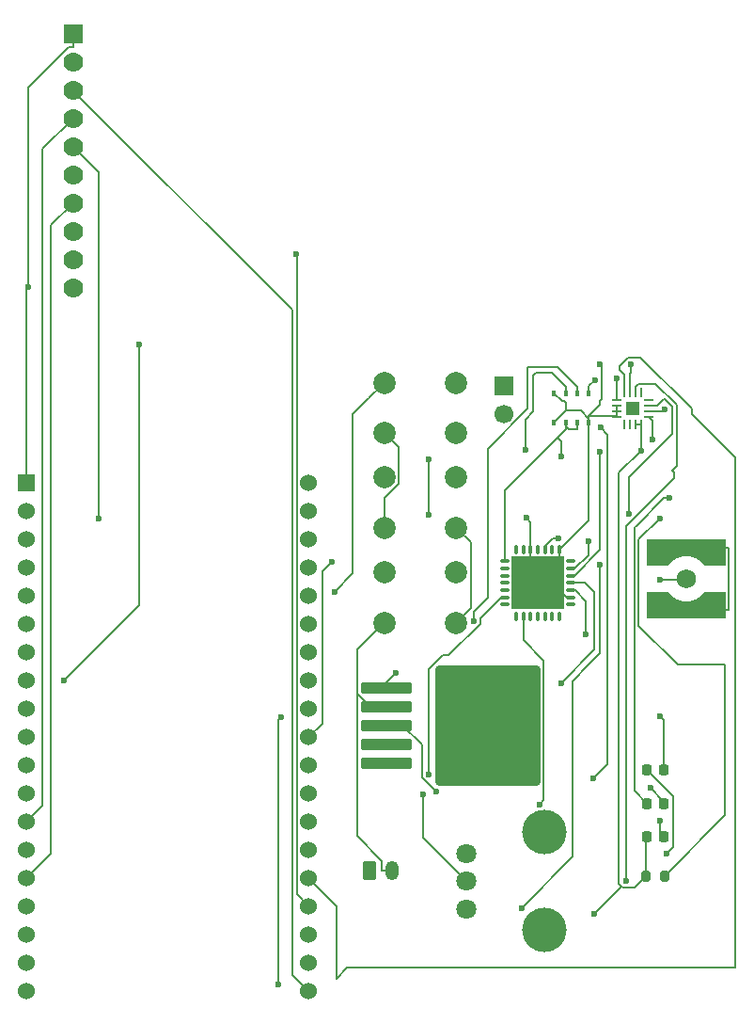
<source format=gbr>
%TF.GenerationSoftware,KiCad,Pcbnew,9.0.5*%
%TF.CreationDate,2025-11-09T15:59:44-08:00*%
%TF.ProjectId,Radio,52616469-6f2e-46b6-9963-61645f706362,rev?*%
%TF.SameCoordinates,Original*%
%TF.FileFunction,Copper,L1,Top*%
%TF.FilePolarity,Positive*%
%FSLAX46Y46*%
G04 Gerber Fmt 4.6, Leading zero omitted, Abs format (unit mm)*
G04 Created by KiCad (PCBNEW 9.0.5) date 2025-11-09 15:59:44*
%MOMM*%
%LPD*%
G01*
G04 APERTURE LIST*
G04 Aperture macros list*
%AMRoundRect*
0 Rectangle with rounded corners*
0 $1 Rounding radius*
0 $2 $3 $4 $5 $6 $7 $8 $9 X,Y pos of 4 corners*
0 Add a 4 corners polygon primitive as box body*
4,1,4,$2,$3,$4,$5,$6,$7,$8,$9,$2,$3,0*
0 Add four circle primitives for the rounded corners*
1,1,$1+$1,$2,$3*
1,1,$1+$1,$4,$5*
1,1,$1+$1,$6,$7*
1,1,$1+$1,$8,$9*
0 Add four rect primitives between the rounded corners*
20,1,$1+$1,$2,$3,$4,$5,0*
20,1,$1+$1,$4,$5,$6,$7,0*
20,1,$1+$1,$6,$7,$8,$9,0*
20,1,$1+$1,$8,$9,$2,$3,0*%
%AMFreePoly0*
4,1,25,-1.500000,1.420000,-1.360000,1.280000,-1.205000,1.155000,-1.035000,1.045000,-0.860000,0.950000,-0.675000,0.875000,-0.480000,0.820000,-0.280000,0.780000,-0.085000,0.765000,0.085000,0.765000,0.280000,0.780000,0.480000,0.820000,0.675000,0.875000,0.860000,0.950000,1.035000,1.045000,1.205000,1.155000,1.360000,1.280000,1.500000,1.420000,1.645000,1.595000,3.555000,1.595000,
3.555000,-0.755000,-3.555000,-0.755000,-3.555000,1.595000,-1.645000,1.595000,-1.500000,1.420000,-1.500000,1.420000,$1*%
G04 Aperture macros list end*
%TA.AperFunction,Conductor*%
%ADD10C,0.200000*%
%TD*%
%TA.AperFunction,SMDPad,CuDef*%
%ADD11RoundRect,0.225000X-0.225000X-0.250000X0.225000X-0.250000X0.225000X0.250000X-0.225000X0.250000X0*%
%TD*%
%TA.AperFunction,ComponentPad*%
%ADD12RoundRect,0.250000X-0.350000X-0.625000X0.350000X-0.625000X0.350000X0.625000X-0.350000X0.625000X0*%
%TD*%
%TA.AperFunction,ComponentPad*%
%ADD13O,1.200000X1.750000*%
%TD*%
%TA.AperFunction,ComponentPad*%
%ADD14C,2.000000*%
%TD*%
%TA.AperFunction,ComponentPad*%
%ADD15R,1.778000X1.778000*%
%TD*%
%TA.AperFunction,ComponentPad*%
%ADD16C,1.778000*%
%TD*%
%TA.AperFunction,SMDPad,CuDef*%
%ADD17RoundRect,0.062500X-0.350000X-0.062500X0.350000X-0.062500X0.350000X0.062500X-0.350000X0.062500X0*%
%TD*%
%TA.AperFunction,SMDPad,CuDef*%
%ADD18RoundRect,0.062500X-0.062500X-0.350000X0.062500X-0.350000X0.062500X0.350000X-0.062500X0.350000X0*%
%TD*%
%TA.AperFunction,HeatsinkPad*%
%ADD19R,1.230000X1.230000*%
%TD*%
%TA.AperFunction,SMDPad,CuDef*%
%ADD20RoundRect,0.200000X-0.200000X-0.275000X0.200000X-0.275000X0.200000X0.275000X-0.200000X0.275000X0*%
%TD*%
%TA.AperFunction,SMDPad,CuDef*%
%ADD21RoundRect,0.075000X-0.312500X-0.075000X0.312500X-0.075000X0.312500X0.075000X-0.312500X0.075000X0*%
%TD*%
%TA.AperFunction,SMDPad,CuDef*%
%ADD22RoundRect,0.075000X-0.075000X-0.312500X0.075000X-0.312500X0.075000X0.312500X-0.075000X0.312500X0*%
%TD*%
%TA.AperFunction,HeatsinkPad*%
%ADD23R,4.800000X4.800000*%
%TD*%
%TA.AperFunction,WasherPad*%
%ADD24C,4.000000*%
%TD*%
%TA.AperFunction,ComponentPad*%
%ADD25C,1.800000*%
%TD*%
%TA.AperFunction,SMDPad,CuDef*%
%ADD26RoundRect,0.250000X-2.050000X-0.300000X2.050000X-0.300000X2.050000X0.300000X-2.050000X0.300000X0*%
%TD*%
%TA.AperFunction,SMDPad,CuDef*%
%ADD27RoundRect,0.250002X-4.449998X-5.149998X4.449998X-5.149998X4.449998X5.149998X-4.449998X5.149998X0*%
%TD*%
%TA.AperFunction,SMDPad,CuDef*%
%ADD28R,0.400000X0.600000*%
%TD*%
%TA.AperFunction,ComponentPad*%
%ADD29R,1.530000X1.530000*%
%TD*%
%TA.AperFunction,ComponentPad*%
%ADD30C,1.530000*%
%TD*%
%TA.AperFunction,ComponentPad*%
%ADD31R,1.700000X1.700000*%
%TD*%
%TA.AperFunction,ComponentPad*%
%ADD32C,1.700000*%
%TD*%
%TA.AperFunction,SMDPad,CuDef*%
%ADD33C,1.730000*%
%TD*%
%TA.AperFunction,SMDPad,CuDef*%
%ADD34FreePoly0,180.000000*%
%TD*%
%TA.AperFunction,SMDPad,CuDef*%
%ADD35FreePoly0,0.000000*%
%TD*%
%TA.AperFunction,ViaPad*%
%ADD36C,0.600000*%
%TD*%
G04 APERTURE END LIST*
D10*
%TO.N,Net-(U2-MISO)*%
X180500000Y-100750000D02*
X180500000Y-105750000D01*
%TO.N,Net-(U3-DIN)*%
X180000000Y-107250000D02*
X181000000Y-106250000D01*
X181000000Y-106250000D02*
X181000000Y-98250000D01*
%TD*%
D11*
%TO.P,C2,1*%
%TO.N,Net-(U3-OUTP)*%
X185225000Y-119750000D03*
%TO.P,C2,2*%
%TO.N,Net-(C2-Pad2)*%
X186775000Y-119750000D03*
%TD*%
D12*
%TO.P,BT1,1,+*%
%TO.N,Net-(BT1-+)*%
X160250000Y-125800000D03*
D13*
%TO.P,BT1,2,-*%
%TO.N,GND*%
X162250000Y-125800000D03*
%TD*%
D14*
%TO.P,SW2,1,1*%
%TO.N,Net-(U6-IO34)*%
X161557500Y-90430000D03*
X168057500Y-90430000D03*
%TO.P,SW2,2,2*%
%TO.N,GND*%
X161557500Y-94930000D03*
X168057500Y-94930000D03*
%TD*%
D11*
%TO.P,C3,1*%
%TO.N,+3V3*%
X185200000Y-122750000D03*
%TO.P,C3,2*%
%TO.N,Net-(U4-VO)*%
X186750000Y-122750000D03*
%TD*%
D15*
%TO.P,U5,1,LITE*%
%TO.N,+3V3*%
X133532500Y-50505000D03*
D16*
%TO.P,U5,2,MISO*%
%TO.N,unconnected-(U5-MISO-Pad2)*%
X133532500Y-53045000D03*
%TO.P,U5,3,SCK*%
%TO.N,Net-(U5-SCK)*%
X133532500Y-55585000D03*
%TO.P,U5,4,MOSI*%
%TO.N,Net-(U5-MOSI)*%
X133532500Y-58125000D03*
%TO.P,U5,5,TFT_CS*%
%TO.N,Net-(U5-TFT_CS)*%
X133532500Y-60665000D03*
%TO.P,U5,6,CARD_CS*%
%TO.N,unconnected-(U5-CARD_CS-Pad6)*%
X133532500Y-63205000D03*
%TO.P,U5,7,D/C*%
%TO.N,Net-(U5-D{slash}C)*%
X133532500Y-65745000D03*
%TO.P,U5,8,RESET*%
%TO.N,Net-(U5-RESET)*%
X133532500Y-68285000D03*
%TO.P,U5,9,VCC*%
%TO.N,+3V3*%
X133532500Y-70825000D03*
%TO.P,U5,10,GND*%
%TO.N,GND*%
X133532500Y-73365000D03*
%TD*%
D17*
%TO.P,U3,1,DIN*%
%TO.N,Net-(U3-DIN)*%
X182502500Y-83440000D03*
%TO.P,U3,2,GAIN_SLOT*%
%TO.N,GND*%
X182502500Y-83940000D03*
%TO.P,U3,3,GND*%
X182502500Y-84440000D03*
%TO.P,U3,4,~{SD_MODE}*%
X182502500Y-84940000D03*
D18*
%TO.P,U3,5,NC*%
%TO.N,unconnected-(U3-NC-Pad5)*%
X183190000Y-85627500D03*
%TO.P,U3,6,NC*%
%TO.N,unconnected-(U3-NC-Pad6)*%
X183690000Y-85627500D03*
%TO.P,U3,7,VDD*%
%TO.N,+3V3*%
X184190000Y-85627500D03*
%TO.P,U3,8,VDD*%
X184690000Y-85627500D03*
D17*
%TO.P,U3,9,OUTP*%
%TO.N,Net-(U3-OUTP)*%
X185377500Y-84940000D03*
%TO.P,U3,10,OUTN*%
%TO.N,Net-(U3-OUTN)*%
X185377500Y-84440000D03*
%TO.P,U3,11,GND*%
%TO.N,GND*%
X185377500Y-83940000D03*
%TO.P,U3,12,NC*%
%TO.N,unconnected-(U3-NC-Pad12)*%
X185377500Y-83440000D03*
D18*
%TO.P,U3,13,NC*%
%TO.N,unconnected-(U3-NC-Pad13)*%
X184690000Y-82752500D03*
%TO.P,U3,14,LRCLK*%
%TO.N,Net-(U3-LRCLK)*%
X184190000Y-82752500D03*
%TO.P,U3,15,GND*%
%TO.N,GND*%
X183690000Y-82752500D03*
%TO.P,U3,16,BCLK*%
%TO.N,Net-(U3-BCLK)*%
X183190000Y-82752500D03*
D19*
%TO.P,U3,17,PAD*%
%TO.N,unconnected-(U3-PAD-Pad17)*%
X183940000Y-84190000D03*
%TD*%
D20*
%TO.P,R1,1*%
%TO.N,+3V3*%
X185175000Y-126250000D03*
%TO.P,R1,2*%
%TO.N,Net-(U6-EN)*%
X186825000Y-126250000D03*
%TD*%
D21*
%TO.P,U2,1,VBAT1*%
%TO.N,+3V3*%
X172412500Y-97950000D03*
%TO.P,U2,2,VR_ANA*%
%TO.N,unconnected-(U2-VR_ANA-Pad2)*%
X172412500Y-98600000D03*
%TO.P,U2,3,VR_DIG*%
%TO.N,unconnected-(U2-VR_DIG-Pad3)*%
X172412500Y-99250000D03*
%TO.P,U2,4,XTA*%
%TO.N,unconnected-(U2-XTA-Pad4)*%
X172412500Y-99900000D03*
%TO.P,U2,5,XTB*%
%TO.N,unconnected-(U2-XTB-Pad5)*%
X172412500Y-100550000D03*
%TO.P,U2,6,~{RESET}*%
%TO.N,Net-(U2-~{RESET})*%
X172412500Y-101200000D03*
%TO.P,U2,7,NC*%
%TO.N,unconnected-(U2-NC-Pad7)*%
X172412500Y-101850000D03*
D22*
%TO.P,U2,8,NC*%
%TO.N,unconnected-(U2-NC-Pad8)*%
X173450000Y-102887500D03*
%TO.P,U2,9,DIO0*%
%TO.N,Net-(U2-DIO0)*%
X174100000Y-102887500D03*
%TO.P,U2,10,DIO1*%
%TO.N,unconnected-(U2-DIO1-Pad10)*%
X174750000Y-102887500D03*
%TO.P,U2,11,DIO2*%
%TO.N,unconnected-(U2-DIO2-Pad11)*%
X175400000Y-102887500D03*
%TO.P,U2,12,DIO3*%
%TO.N,unconnected-(U2-DIO3-Pad12)*%
X176050000Y-102887500D03*
%TO.P,U2,13,DIO4*%
%TO.N,unconnected-(U2-DIO4-Pad13)*%
X176700000Y-102887500D03*
%TO.P,U2,14,DIO5*%
%TO.N,unconnected-(U2-DIO5-Pad14)*%
X177350000Y-102887500D03*
D21*
%TO.P,U2,15,VBAT2*%
%TO.N,unconnected-(U2-VBAT2-Pad15)*%
X178387500Y-101850000D03*
%TO.P,U2,16,GND*%
%TO.N,GND*%
X178387500Y-101200000D03*
%TO.P,U2,17,SCK*%
%TO.N,Net-(U2-SCK)*%
X178387500Y-100550000D03*
%TO.P,U2,18,MISO*%
%TO.N,Net-(U2-MISO)*%
X178387500Y-99900000D03*
%TO.P,U2,19,MOSI*%
%TO.N,Net-(U2-MOSI)*%
X178387500Y-99250000D03*
%TO.P,U2,20,NSS*%
%TO.N,Net-(U2-NSS)*%
X178387500Y-98600000D03*
%TO.P,U2,21,RF_MOD*%
%TO.N,unconnected-(U2-RF_MOD-Pad21)*%
X178387500Y-97950000D03*
D22*
%TO.P,U2,22,GND*%
%TO.N,GND*%
X177350000Y-96912500D03*
%TO.P,U2,23,RXTX*%
%TO.N,unconnected-(U2-RXTX-Pad23)*%
X176700000Y-96912500D03*
%TO.P,U2,24,RFO*%
%TO.N,Net-(J1-In)*%
X176050000Y-96912500D03*
%TO.P,U2,25,RFI*%
%TO.N,unconnected-(U2-RFI-Pad25)*%
X175400000Y-96912500D03*
%TO.P,U2,26,GND*%
%TO.N,GND*%
X174750000Y-96912500D03*
%TO.P,U2,27,PA_BOOST*%
%TO.N,unconnected-(U2-PA_BOOST-Pad27)*%
X174100000Y-96912500D03*
%TO.P,U2,28,VR_PA*%
%TO.N,unconnected-(U2-VR_PA-Pad28)*%
X173450000Y-96912500D03*
D23*
%TO.P,U2,29,GND*%
%TO.N,GND*%
X175400000Y-99900000D03*
%TD*%
D24*
%TO.P,RV1,*%
%TO.N,*%
X175950000Y-122350000D03*
X175950000Y-131150000D03*
D25*
%TO.P,RV1,1,1*%
%TO.N,+3V3*%
X168950000Y-129250000D03*
%TO.P,RV1,2,2*%
%TO.N,Net-(U6-IO16)*%
X168950000Y-126750000D03*
%TO.P,RV1,3,3*%
%TO.N,GND*%
X168950000Y-124250000D03*
%TD*%
D14*
%TO.P,SW3,1,1*%
%TO.N,Net-(U6-IO35)*%
X161557500Y-98980000D03*
X168057500Y-98980000D03*
%TO.P,SW3,2,2*%
%TO.N,GND*%
X161557500Y-103480000D03*
X168057500Y-103480000D03*
%TD*%
D26*
%TO.P,U4,1,VI*%
%TO.N,Net-(U4-VI)*%
X161775000Y-109325000D03*
%TO.P,U4,2,GND*%
%TO.N,GND*%
X161775000Y-111025000D03*
%TO.P,U4,3,VO*%
%TO.N,Net-(U4-VO)*%
X161775000Y-112725000D03*
%TO.P,U4,4*%
%TO.N,N/C*%
X161775000Y-114425000D03*
%TO.P,U4,5*%
X161775000Y-116125000D03*
D27*
%TO.P,U4,6*%
X170925000Y-112725000D03*
%TD*%
D28*
%TO.P,MK2,1,SCK*%
%TO.N,Net-(MK2-SCK)*%
X180000000Y-82840000D03*
%TO.P,MK2,2,SD*%
%TO.N,Net-(MK2-SD)*%
X178950000Y-82840000D03*
%TO.P,MK2,3,WS*%
%TO.N,Net-(MK2-WS)*%
X177900000Y-82840000D03*
%TO.P,MK2,4,L/R*%
%TO.N,GND*%
X176850000Y-82840000D03*
%TO.P,MK2,6,GND*%
X176850000Y-85500000D03*
%TO.P,MK2,7,VDD*%
%TO.N,+3V3*%
X177900000Y-85500000D03*
%TO.P,MK2,8,CHIPEN*%
X178950000Y-85500000D03*
%TO.P,MK2,9,GND*%
%TO.N,GND*%
X180000000Y-85500000D03*
%TD*%
D11*
%TO.P,C1,1*%
%TO.N,Net-(BT1-+)*%
X185225000Y-116750000D03*
%TO.P,C1,2*%
%TO.N,Net-(U4-VI)*%
X186775000Y-116750000D03*
%TD*%
D29*
%TO.P,U6,1,3V3*%
%TO.N,+3V3*%
X129350000Y-90900000D03*
D30*
%TO.P,U6,2,EN*%
%TO.N,Net-(U6-EN)*%
X129350000Y-93440000D03*
%TO.P,U6,3,SENSOR_VP*%
%TO.N,unconnected-(U6-SENSOR_VP-Pad3)*%
X129350000Y-95980000D03*
%TO.P,U6,4,SENSOR_VN*%
%TO.N,unconnected-(U6-SENSOR_VN-Pad4)*%
X129350000Y-98520000D03*
%TO.P,U6,5,IO34*%
%TO.N,Net-(U6-IO34)*%
X129350000Y-101060000D03*
%TO.P,U6,6,IO35*%
%TO.N,Net-(U6-IO35)*%
X129350000Y-103600000D03*
%TO.P,U6,7,IO32*%
%TO.N,Net-(U6-IO32)*%
X129350000Y-106140000D03*
%TO.P,U6,8,IO33*%
%TO.N,Net-(MK2-WS)*%
X129350000Y-108680000D03*
%TO.P,U6,9,IO25*%
%TO.N,Net-(MK2-SCK)*%
X129350000Y-111220000D03*
%TO.P,U6,10,IO26*%
%TO.N,Net-(MK2-SD)*%
X129350000Y-113760000D03*
%TO.P,U6,11,IO27*%
%TO.N,unconnected-(U6-IO27-Pad11)*%
X129350000Y-116300000D03*
%TO.P,U6,12,IO14*%
%TO.N,Net-(U2-~{RESET})*%
X129350000Y-118840000D03*
%TO.P,U6,13,IO12*%
%TO.N,Net-(U5-MOSI)*%
X129350000Y-121380000D03*
%TO.P,U6,14,GND1*%
%TO.N,GND*%
X129350000Y-123920000D03*
%TO.P,U6,15,IO13*%
%TO.N,Net-(U5-D{slash}C)*%
X129350000Y-126460000D03*
%TO.P,U6,16,SD2*%
%TO.N,unconnected-(U6-SD2-Pad16)*%
X129350000Y-129000000D03*
%TO.P,U6,17,SD3*%
%TO.N,Net-(U3-LRCLK)*%
X129350000Y-131540000D03*
%TO.P,U6,18,CMD*%
%TO.N,unconnected-(U6-CMD-Pad18)*%
X129350000Y-134080000D03*
%TO.P,U6,19,EXT_5V*%
%TO.N,unconnected-(U6-EXT_5V-Pad19)*%
X129350000Y-136620000D03*
%TO.P,U6,20,CLK*%
%TO.N,Net-(U5-SCK)*%
X154750000Y-136620000D03*
%TO.P,U6,21,SD0*%
%TO.N,unconnected-(U6-SD0-Pad21)*%
X154750000Y-134080000D03*
%TO.P,U6,22,SD1*%
%TO.N,Net-(U3-DIN)*%
X154750000Y-131540000D03*
%TO.P,U6,23,IO15*%
%TO.N,Net-(U5-RESET)*%
X154750000Y-129000000D03*
%TO.P,U6,24,IO2*%
%TO.N,Net-(U3-BCLK)*%
X154750000Y-126460000D03*
%TO.P,U6,25,IO0*%
%TO.N,unconnected-(U6-IO0-Pad25)*%
X154750000Y-123920000D03*
%TO.P,U6,26,IO4*%
%TO.N,Net-(U2-DIO0)*%
X154750000Y-121380000D03*
%TO.P,U6,27,IO16*%
%TO.N,Net-(U6-IO16)*%
X154750000Y-118840000D03*
%TO.P,U6,28,IO17*%
%TO.N,unconnected-(U6-IO17-Pad28)*%
X154750000Y-116300000D03*
%TO.P,U6,29,IO5*%
%TO.N,Net-(U2-NSS)*%
X154750000Y-113760000D03*
%TO.P,U6,30,IO18*%
%TO.N,Net-(U2-SCK)*%
X154750000Y-111220000D03*
%TO.P,U6,31,IO19*%
%TO.N,Net-(U2-MISO)*%
X154750000Y-108680000D03*
%TO.P,U6,32,GND2*%
%TO.N,unconnected-(U6-GND2-Pad32)*%
X154750000Y-106140000D03*
%TO.P,U6,33,IO21*%
%TO.N,unconnected-(U6-IO21-Pad33)*%
X154750000Y-103600000D03*
%TO.P,U6,34,RXD0*%
%TO.N,unconnected-(U6-RXD0-Pad34)*%
X154750000Y-101060000D03*
%TO.P,U6,35,TXD0*%
%TO.N,unconnected-(U6-TXD0-Pad35)*%
X154750000Y-98520000D03*
%TO.P,U6,36,IO22*%
%TO.N,Net-(U5-TFT_CS)*%
X154750000Y-95980000D03*
%TO.P,U6,37,IO23*%
%TO.N,Net-(U2-MOSI)*%
X154750000Y-93440000D03*
%TO.P,U6,38,GND3*%
%TO.N,unconnected-(U6-GND3-Pad38)*%
X154750000Y-90900000D03*
%TD*%
D31*
%TO.P,LS1,1,1*%
%TO.N,Net-(C2-Pad2)*%
X172377500Y-82150000D03*
D32*
%TO.P,LS1,2,2*%
%TO.N,Net-(U3-OUTN)*%
X172377500Y-84690000D03*
%TD*%
D14*
%TO.P,SW1,1,1*%
%TO.N,Net-(U6-IO32)*%
X161557500Y-81880000D03*
X168057500Y-81880000D03*
%TO.P,SW1,2,2*%
%TO.N,GND*%
X161557500Y-86380000D03*
X168057500Y-86380000D03*
%TD*%
D33*
%TO.P,J1,1,In*%
%TO.N,Net-(J1-In)*%
X188750000Y-99500000D03*
D34*
%TO.P,J1,2,Ext*%
%TO.N,Net-(AE1-A)*%
X188750000Y-96700000D03*
D35*
X188750000Y-102300000D03*
%TD*%
D36*
%TO.N,GND*%
X183612600Y-93698100D03*
X181000000Y-80250000D03*
X183750000Y-80250000D03*
X174343900Y-94058900D03*
%TO.N,Net-(BT1-+)*%
X186998000Y-124240000D03*
%TO.N,Net-(U4-VI)*%
X162601000Y-108009000D03*
X186410000Y-111893000D03*
%TO.N,Net-(C2-Pad2)*%
X185561600Y-118356900D03*
X181073000Y-85927300D03*
X180425400Y-117456200D03*
%TO.N,Net-(U3-OUTP)*%
X187250000Y-92250000D03*
X185750000Y-87000000D03*
%TO.N,Net-(U4-VO)*%
X166279000Y-118666000D03*
X186410000Y-121250000D03*
%TO.N,+3V3*%
X180457900Y-129707800D03*
X129547000Y-73293000D03*
X184690000Y-87997600D03*
X177481800Y-88503100D03*
%TO.N,Net-(U3-OUTN)*%
X186844000Y-84296900D03*
%TO.N,Net-(MK2-SD)*%
X169601000Y-103310000D03*
%TO.N,Net-(MK2-SCK)*%
X139538800Y-78488400D03*
X132766200Y-108702400D03*
X180548000Y-81628000D03*
%TO.N,Net-(MK2-WS)*%
X174286000Y-87919400D03*
%TO.N,Net-(U6-EN)*%
X186410000Y-94077400D03*
X165577400Y-88792400D03*
X165573400Y-93805000D03*
%TO.N,Net-(U6-IO16)*%
X165027400Y-118928700D03*
%TO.N,Net-(U6-IO32)*%
X157101800Y-100695200D03*
%TO.N,Net-(U2-MISO)*%
X177482000Y-108923000D03*
%TO.N,Net-(U2-NSS)*%
X179946400Y-96182200D03*
X156826100Y-98006900D03*
%TO.N,Net-(U2-SCK)*%
X179750000Y-104500000D03*
X152000000Y-136000000D03*
X152250000Y-112000000D03*
%TO.N,Net-(U2-~{RESET})*%
X165572000Y-117156000D03*
%TO.N,Net-(U2-DIO0)*%
X175558000Y-119833000D03*
%TO.N,Net-(U2-MOSI)*%
X181023000Y-88139000D03*
%TO.N,Net-(U3-DIN)*%
X182500000Y-81500000D03*
X173923000Y-129126000D03*
X181000000Y-98250000D03*
%TO.N,Net-(U3-LRCLK)*%
X183360000Y-126739000D03*
%TO.N,Net-(U5-TFT_CS)*%
X135816000Y-94077400D03*
%TO.N,Net-(U5-RESET)*%
X153673000Y-70323800D03*
%TO.N,Net-(J1-In)*%
X186404000Y-99618100D03*
X177259000Y-95923000D03*
%TD*%
D10*
%TO.N,GND*%
X177949000Y-84401400D02*
X176850000Y-85500000D01*
X182502000Y-83940000D02*
X182502000Y-84052600D01*
X186705100Y-83353700D02*
X186118800Y-83940000D01*
X177350000Y-97950000D02*
X177350000Y-96912500D01*
X168057500Y-94930000D02*
X168058000Y-94930000D01*
X161302100Y-103735700D02*
X161302100Y-103091000D01*
X183750000Y-80250000D02*
X183750000Y-81000000D01*
X174750000Y-96912500D02*
X174750000Y-94465000D01*
X168057500Y-103479500D02*
X168057500Y-103480000D01*
X178387500Y-101200000D02*
X178043500Y-101200000D01*
X181149000Y-83351000D02*
X181149000Y-80399000D01*
X161775000Y-111025000D02*
X160332000Y-111025000D01*
X182502000Y-84898300D02*
X182502000Y-84440000D01*
X180000000Y-85500000D02*
X180000000Y-94262500D01*
X174750000Y-94465000D02*
X174343900Y-94058900D01*
X177765000Y-83550400D02*
X177949000Y-83733800D01*
X161557500Y-94930000D02*
X161557500Y-92270900D01*
X177949000Y-83733800D02*
X177949000Y-84401400D01*
X168058000Y-103479000D02*
X168058000Y-103480000D01*
X181000000Y-83898300D02*
X181000000Y-83500000D01*
X187487500Y-86475100D02*
X187487500Y-84053500D01*
X182502000Y-83940500D02*
X182502500Y-83940000D01*
X180000000Y-84898300D02*
X181000000Y-83898300D01*
X159137000Y-109830000D02*
X159137000Y-105900000D01*
X180000000Y-85099000D02*
X180000000Y-85500000D01*
X161168900Y-103868900D02*
X161302100Y-103735700D01*
X182502500Y-84440000D02*
X182502000Y-84440000D01*
X183612600Y-93698100D02*
X183612600Y-90350000D01*
X186118800Y-83940000D02*
X185377500Y-83940000D01*
X183690000Y-81060000D02*
X183690000Y-82752500D01*
X168058000Y-103478000D02*
X168058000Y-103479000D01*
X162859200Y-90969300D02*
X162859200Y-87681700D01*
X180000000Y-85099000D02*
X180000000Y-84898300D01*
X177560000Y-83550400D02*
X177765000Y-83550400D01*
X183750000Y-81000000D02*
X183690000Y-81060000D01*
X174750000Y-99250000D02*
X175400000Y-99900000D01*
X175400000Y-99900000D02*
X177350000Y-97950000D01*
X168058000Y-94930000D02*
X169360000Y-96232700D01*
X162859200Y-87681700D02*
X161557500Y-86380000D01*
X174750000Y-96912500D02*
X174750000Y-99250000D01*
X159137000Y-105900000D02*
X161168900Y-103868900D01*
X182502000Y-84940000D02*
X182502000Y-84898300D01*
X161302100Y-103091000D02*
X161557500Y-102835600D01*
X176850000Y-82840000D02*
X177560000Y-83550400D01*
X179302000Y-84401400D02*
X177949000Y-84401400D01*
X180000000Y-94262500D02*
X177350000Y-96912500D01*
X187487500Y-84053500D02*
X186787700Y-83353700D01*
X161557500Y-102835600D02*
X161557500Y-103480000D01*
X160332000Y-111025000D02*
X159137000Y-109830000D01*
X186787700Y-83353700D02*
X186705100Y-83353700D01*
X180000000Y-85099000D02*
X179302000Y-84401400D01*
X169360000Y-96232700D02*
X169360000Y-102175000D01*
X162250000Y-125800000D02*
X161348300Y-125800000D01*
X159137000Y-122687000D02*
X159137000Y-109830000D01*
X181149000Y-80399000D02*
X181000000Y-80250000D01*
X183612600Y-90350000D02*
X187487500Y-86475100D01*
X161557500Y-92270900D02*
X161557600Y-92270900D01*
X178043500Y-101200000D02*
X177350000Y-100506500D01*
X182502000Y-84052600D02*
X182502000Y-84440000D01*
X182502000Y-84898300D02*
X180000000Y-84898300D01*
X182502500Y-84940000D02*
X182502000Y-84940000D01*
X177350000Y-100506500D02*
X177350000Y-97950000D01*
X181000000Y-83500000D02*
X181149000Y-83351000D01*
X182502000Y-84052600D02*
X182502000Y-83940500D01*
X161348300Y-125800000D02*
X161348300Y-124898300D01*
X168058000Y-103479000D02*
X168057500Y-103479500D01*
X161557600Y-92270900D02*
X162859200Y-90969300D01*
X161168900Y-103868900D02*
X161558000Y-103480000D01*
X169360000Y-102175000D02*
X168058000Y-103478000D01*
X161348300Y-124898300D02*
X159137000Y-122687000D01*
%TO.N,Net-(BT1-+)*%
X187591000Y-119116000D02*
X187591000Y-123646000D01*
X187591000Y-123646000D02*
X186998000Y-124240000D01*
X185225000Y-116750000D02*
X187591000Y-119116000D01*
X187591000Y-123646000D02*
X186998000Y-124240000D01*
X186998000Y-124240000D02*
X187591000Y-123646000D01*
%TO.N,Net-(U4-VI)*%
X186775000Y-112258000D02*
X186410000Y-111893000D01*
X161775000Y-108836000D02*
X161775000Y-109325000D01*
X162601000Y-108009000D02*
X161775000Y-108836000D01*
X186775000Y-116750000D02*
X186775000Y-112258000D01*
%TO.N,Net-(C2-Pad2)*%
X181692600Y-86546900D02*
X181073000Y-85927300D01*
X181692600Y-116189000D02*
X180425400Y-117456200D01*
X181073000Y-85927300D02*
X181692600Y-86546900D01*
X186775000Y-119570300D02*
X186775000Y-119750000D01*
X181073000Y-85927300D02*
X181692600Y-86546900D01*
X181692600Y-86546900D02*
X181692600Y-116189000D01*
X185561600Y-118356900D02*
X186775000Y-119570300D01*
%TO.N,Net-(U3-OUTP)*%
X184250000Y-94750000D02*
X186750000Y-92250000D01*
X184092798Y-118617798D02*
X184092798Y-94907202D01*
X185750000Y-85312500D02*
X185377500Y-84940000D01*
X184092798Y-94907202D02*
X184250000Y-94750000D01*
X185750000Y-87000000D02*
X185750000Y-85312500D01*
X185225000Y-119750000D02*
X184092798Y-118617798D01*
X186750000Y-92250000D02*
X187250000Y-92250000D01*
%TO.N,Net-(U4-VO)*%
X163230000Y-112725000D02*
X164970000Y-114465000D01*
X186410000Y-122410000D02*
X186750000Y-122750000D01*
X161775000Y-112725000D02*
X163230000Y-112725000D01*
X186410000Y-121250000D02*
X186410000Y-122410000D01*
X164970000Y-114465000D02*
X164970000Y-117405000D01*
X166231000Y-118666000D02*
X166279000Y-118666000D01*
X164970000Y-117405000D02*
X166231000Y-118666000D01*
%TO.N,+3V3*%
X129547000Y-73293000D02*
X129547000Y-55308900D01*
X182704400Y-89983200D02*
X182704400Y-126947200D01*
X129547000Y-55308900D02*
X133160000Y-51695700D01*
X172412000Y-94769600D02*
X172412500Y-94770100D01*
X178950000Y-86101700D02*
X178201000Y-86101700D01*
X133532500Y-50505000D02*
X133532000Y-50505000D01*
X177900000Y-86101700D02*
X177150000Y-86851600D01*
X184082500Y-127342500D02*
X185175000Y-126250000D01*
X177150000Y-86851600D02*
X172412000Y-91589200D01*
X133160000Y-51695700D02*
X133532000Y-51695700D01*
X177900000Y-85800800D02*
X177900000Y-86101700D01*
X185175000Y-122775000D02*
X185175000Y-126250000D01*
X184190000Y-85627500D02*
X184690000Y-85627500D01*
X178201000Y-86101700D02*
X177900000Y-85800800D01*
X172412000Y-91589200D02*
X172412000Y-94769600D01*
X182704400Y-126947200D02*
X182961500Y-127204200D01*
X177900000Y-85500000D02*
X177900000Y-85800800D01*
X182961500Y-127204200D02*
X180457900Y-129707800D01*
X129350000Y-90900000D02*
X129350000Y-73293000D01*
X177481800Y-88503100D02*
X177481800Y-87183400D01*
X129350000Y-73293000D02*
X129547000Y-73293000D01*
X172412000Y-97950000D02*
X172412000Y-94769600D01*
X182961500Y-127204200D02*
X183099700Y-127342500D01*
X185200000Y-122750000D02*
X185175000Y-122775000D01*
X184690000Y-87997600D02*
X184690000Y-85627500D01*
X172412500Y-94770100D02*
X172412500Y-97950000D01*
X183099700Y-127342500D02*
X184082500Y-127342500D01*
X184690000Y-87997600D02*
X182704400Y-89983200D01*
X133532000Y-51695700D02*
X133532000Y-50505000D01*
X177481800Y-87183400D02*
X177150000Y-86851600D01*
X178950000Y-85500000D02*
X178950000Y-86101700D01*
%TO.N,Net-(AE1-A)*%
X188750000Y-102300000D02*
X192606700Y-102300000D01*
X188750000Y-96700000D02*
X192606700Y-96700000D01*
X192606700Y-102300000D02*
X192606700Y-96700000D01*
%TO.N,Net-(U3-OUTN)*%
X186844000Y-84296900D02*
X186701000Y-84440000D01*
X185378000Y-84440000D02*
X186701000Y-84440000D01*
X186701000Y-84440000D02*
X186844000Y-84296900D01*
X185377500Y-84440000D02*
X185378000Y-84440000D01*
X186701000Y-84440000D02*
X186844000Y-84296900D01*
%TO.N,Net-(MK2-SD)*%
X170889000Y-101214000D02*
X169601000Y-102502000D01*
X170889000Y-87855900D02*
X170889000Y-101214000D01*
X177211400Y-80500000D02*
X178548000Y-81836600D01*
X178950000Y-82238300D02*
X178548000Y-81836600D01*
X174500000Y-80500000D02*
X177211400Y-80500000D01*
X178950000Y-82840000D02*
X178950000Y-82238300D01*
X169601000Y-102502000D02*
X169601000Y-103310000D01*
X170889000Y-87855900D02*
X174500000Y-84244900D01*
X174500000Y-84244900D02*
X174500000Y-80500000D01*
%TO.N,Net-(MK2-SCK)*%
X139538800Y-101929800D02*
X139538800Y-78488400D01*
X180548000Y-81628000D02*
X180000000Y-82176000D01*
X132766200Y-108702400D02*
X139538800Y-101929800D01*
X180000000Y-82176000D02*
X180000000Y-82840000D01*
%TO.N,Net-(MK2-WS)*%
X176661700Y-81000000D02*
X177900000Y-82238300D01*
X177900000Y-82238300D02*
X177900000Y-82840000D01*
X174286000Y-85186200D02*
X175000000Y-84472200D01*
X175000000Y-84472200D02*
X175000000Y-81250000D01*
X175000000Y-81250000D02*
X175250000Y-81000000D01*
X175250000Y-81000000D02*
X176661700Y-81000000D01*
X174286000Y-87919400D02*
X174286000Y-85186200D01*
%TO.N,Net-(U6-EN)*%
X188000000Y-107250000D02*
X184493798Y-103743798D01*
X165573400Y-93805000D02*
X165573400Y-88796400D01*
X186825000Y-126250000D02*
X192250000Y-120825000D01*
X184493798Y-103743798D02*
X184493798Y-95993602D01*
X184493798Y-95993602D02*
X186410000Y-94077400D01*
X192250000Y-120825000D02*
X192250000Y-107250000D01*
X192250000Y-107250000D02*
X188000000Y-107250000D01*
X165573400Y-88796400D02*
X165577400Y-88792400D01*
%TO.N,Net-(U6-IO16)*%
X165027400Y-122827400D02*
X165027400Y-118928700D01*
X168950000Y-126750000D02*
X165027400Y-122827400D01*
%TO.N,Net-(U6-IO32)*%
X158759000Y-99038000D02*
X157101800Y-100695200D01*
X160158500Y-83279200D02*
X158759000Y-84678400D01*
X160158500Y-83279200D02*
X161558000Y-81880000D01*
X160158500Y-83279200D02*
X161557500Y-81880200D01*
X158759000Y-84678400D02*
X158759000Y-99038000D01*
X161557500Y-81880200D02*
X161557500Y-81880000D01*
%TO.N,Net-(U2-MISO)*%
X178658000Y-99900000D02*
X178388000Y-99900000D01*
X180500000Y-105905000D02*
X177482000Y-108923000D01*
X179650000Y-99900000D02*
X178387500Y-99900000D01*
X180500000Y-105750000D02*
X180500000Y-105905000D01*
X178387500Y-99900000D02*
X178388000Y-99900000D01*
X180500000Y-100750000D02*
X179650000Y-99900000D01*
%TO.N,Net-(U2-NSS)*%
X155966500Y-98866500D02*
X156826100Y-98006900D01*
X179946400Y-96182200D02*
X179946400Y-97393300D01*
X154750000Y-113760000D02*
X155966500Y-112543500D01*
X179946400Y-97393300D02*
X178739700Y-98600000D01*
X155966500Y-112543500D02*
X155966500Y-98866500D01*
X178739700Y-98600000D02*
X178387500Y-98600000D01*
%TO.N,Net-(U2-SCK)*%
X178387500Y-100550000D02*
X178774999Y-100550000D01*
X179750000Y-101525001D02*
X179750000Y-104500000D01*
X152000000Y-136000000D02*
X152000000Y-112250000D01*
X152000000Y-112250000D02*
X152250000Y-112000000D01*
X178774999Y-100550000D02*
X179750000Y-101525001D01*
%TO.N,Net-(U2-~{RESET})*%
X165572000Y-117156000D02*
X165572000Y-107683000D01*
X167367000Y-106395000D02*
X170203000Y-103559000D01*
X172412500Y-101200000D02*
X172412000Y-101200000D01*
X170203000Y-103066000D02*
X172068000Y-101200000D01*
X170203000Y-103559000D02*
X170203000Y-103066000D01*
X166860000Y-106395000D02*
X167367000Y-106395000D01*
X165572000Y-107683000D02*
X166860000Y-106395000D01*
X172068000Y-101200000D02*
X172412000Y-101200000D01*
%TO.N,Net-(U2-DIO0)*%
X175558000Y-119833000D02*
X175933000Y-119457000D01*
X175933000Y-106882000D02*
X174100000Y-105049000D01*
X175933000Y-119457000D02*
X175933000Y-106882000D01*
X174100000Y-105049000D02*
X174100000Y-102888000D01*
X174100000Y-102887500D02*
X174100000Y-102888000D01*
%TO.N,Net-(U2-MOSI)*%
X178675000Y-99250000D02*
X181023000Y-96902400D01*
X178388000Y-99250000D02*
X178675000Y-99250000D01*
X181023000Y-96902400D02*
X181023000Y-88139000D01*
X178387500Y-99250000D02*
X178388000Y-99250000D01*
%TO.N,Net-(U3-DIN)*%
X182500000Y-83437500D02*
X182502500Y-83440000D01*
X178500000Y-124549000D02*
X178500000Y-108750000D01*
X182500000Y-81500000D02*
X182500000Y-83437500D01*
X173923000Y-129126000D02*
X178500000Y-124549000D01*
X178500000Y-108750000D02*
X180000000Y-107250000D01*
%TO.N,Net-(U3-BCLK)*%
X157250000Y-128960000D02*
X154750000Y-126460000D01*
X158250000Y-134500000D02*
X157250000Y-135500000D01*
X183190000Y-81190000D02*
X182750000Y-80750000D01*
X193149000Y-134500000D02*
X158250000Y-134500000D01*
X193149000Y-88649000D02*
X193149000Y-134500000D01*
X184649000Y-79649000D02*
X189250000Y-84250000D01*
X183190000Y-82752500D02*
X183190000Y-81190000D01*
X182750000Y-80400057D02*
X183501057Y-79649000D01*
X182750000Y-80750000D02*
X182750000Y-80400057D01*
X189250000Y-84250000D02*
X189250000Y-84750000D01*
X157250000Y-135500000D02*
X157250000Y-128960000D01*
X189250000Y-84750000D02*
X193149000Y-88649000D01*
X183501057Y-79649000D02*
X184649000Y-79649000D01*
%TO.N,Net-(U3-LRCLK)*%
X184190000Y-82264900D02*
X184190000Y-82752500D01*
X184461300Y-81993600D02*
X184190000Y-82264900D01*
X187889200Y-83887200D02*
X185995600Y-81993600D01*
X183360000Y-94801700D02*
X187652300Y-90509400D01*
X187652300Y-90509400D02*
X187652300Y-89952500D01*
X185995600Y-81993600D02*
X184461300Y-81993600D01*
X183360000Y-126739000D02*
X183360000Y-94801700D01*
X187652300Y-89952500D02*
X187487500Y-89787700D01*
X187487500Y-89787700D02*
X187889200Y-89386000D01*
X187889200Y-89386000D02*
X187889200Y-83887200D01*
X187652300Y-89952500D02*
X187487500Y-89787700D01*
%TO.N,Net-(U5-SCK)*%
X133952500Y-56005000D02*
X133952500Y-56005500D01*
X153275000Y-135145000D02*
X154750000Y-136620000D01*
X133532000Y-55585000D02*
X133952500Y-56005500D01*
X153275000Y-75327700D02*
X153275000Y-135145000D01*
X133952500Y-56005500D02*
X153275000Y-75327700D01*
X133532500Y-55585000D02*
X133952500Y-56005000D01*
%TO.N,Net-(U5-MOSI)*%
X130818000Y-119912000D02*
X130818000Y-60839200D01*
X130818000Y-60839200D02*
X133532000Y-58125000D01*
X133532500Y-58125000D02*
X133532000Y-58125000D01*
X129350000Y-121380000D02*
X130818000Y-119912000D01*
%TO.N,Net-(U5-TFT_CS)*%
X135816000Y-62948900D02*
X135816000Y-94077400D01*
X133532000Y-60665000D02*
X133532300Y-60665200D01*
X133532300Y-60665200D02*
X135816000Y-62948900D01*
X133532500Y-60665000D02*
X133532300Y-60665200D01*
%TO.N,Net-(U5-D{slash}C)*%
X129350000Y-126460000D02*
X131546000Y-124264000D01*
X131546000Y-124264000D02*
X131546000Y-67731200D01*
X131546000Y-67731200D02*
X133532000Y-65745000D01*
X133532500Y-65745000D02*
X133532000Y-65745000D01*
%TO.N,Net-(U5-RESET)*%
X154750000Y-129000000D02*
X153683000Y-127933000D01*
X153683000Y-127933000D02*
X153683000Y-70334100D01*
X153683000Y-70334100D02*
X153673000Y-70323800D01*
X153683000Y-70334100D02*
X153673000Y-70323800D01*
X153673000Y-70323800D02*
X153683000Y-70334100D01*
%TO.N,Net-(J1-In)*%
X187378000Y-99618100D02*
X188632000Y-99618100D01*
X176050000Y-96912500D02*
X176050000Y-96599100D01*
X176050000Y-96599100D02*
X176726000Y-95923000D01*
X176726000Y-95923000D02*
X177259000Y-95923000D01*
X186404000Y-99618100D02*
X187378000Y-99618100D01*
X177259000Y-95923000D02*
X176726000Y-95923000D01*
X187378000Y-99618100D02*
X186404000Y-99618100D01*
X188632000Y-99618100D02*
X188750000Y-99500000D01*
X176726000Y-95923000D02*
X177259000Y-95923000D01*
X186404000Y-99618100D02*
X187378000Y-99618100D01*
%TD*%
M02*

</source>
